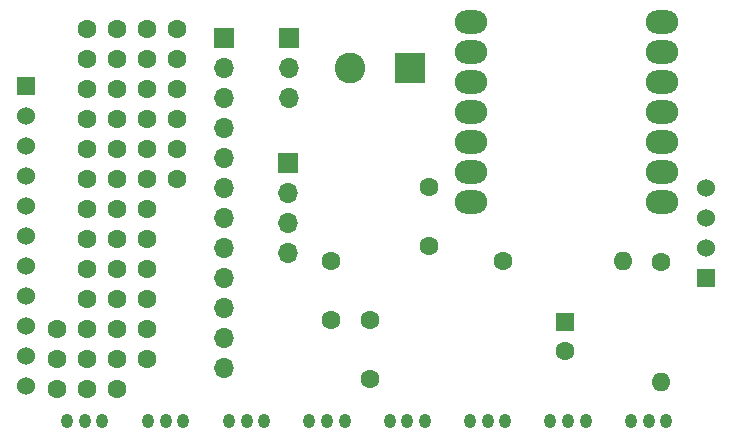
<source format=gbr>
%TF.GenerationSoftware,KiCad,Pcbnew,5.1.10-88a1d61d58~90~ubuntu20.04.1*%
%TF.CreationDate,2021-09-12T16:28:58-04:00*%
%TF.ProjectId,VoltageCurrentPowerMeter,566f6c74-6167-4654-9375-7272656e7450,rev?*%
%TF.SameCoordinates,Original*%
%TF.FileFunction,Soldermask,Bot*%
%TF.FilePolarity,Negative*%
%FSLAX46Y46*%
G04 Gerber Fmt 4.6, Leading zero omitted, Abs format (unit mm)*
G04 Created by KiCad (PCBNEW 5.1.10-88a1d61d58~90~ubuntu20.04.1) date 2021-09-12 16:28:58*
%MOMM*%
%LPD*%
G01*
G04 APERTURE LIST*
%ADD10C,1.600000*%
%ADD11R,1.524000X1.524000*%
%ADD12C,1.524000*%
%ADD13O,1.700000X1.700000*%
%ADD14R,1.700000X1.700000*%
%ADD15O,1.000000X1.250000*%
%ADD16O,2.748280X1.998980*%
%ADD17R,1.600000X1.600000*%
%ADD18R,2.600000X2.600000*%
%ADD19C,2.600000*%
%ADD20O,1.600000X1.600000*%
G04 APERTURE END LIST*
D10*
%TO.C,REF\u002A\u002A*%
X61391800Y-115976400D03*
%TD*%
%TO.C,REF\u002A\u002A*%
X58851800Y-115976400D03*
%TD*%
%TO.C,REF\u002A\u002A*%
X56311800Y-115976400D03*
%TD*%
%TO.C,REF\u002A\u002A*%
X63931800Y-113436400D03*
%TD*%
%TO.C,REF\u002A\u002A*%
X61391800Y-113436400D03*
%TD*%
%TO.C,REF\u002A\u002A*%
X58851800Y-113436400D03*
%TD*%
%TO.C,REF\u002A\u002A*%
X56311800Y-113436400D03*
%TD*%
%TO.C,REF\u002A\u002A*%
X63931800Y-110896400D03*
%TD*%
%TO.C,REF\u002A\u002A*%
X61391800Y-110896400D03*
%TD*%
%TO.C,REF\u002A\u002A*%
X58851800Y-110896400D03*
%TD*%
%TO.C,REF\u002A\u002A*%
X56311800Y-110896400D03*
%TD*%
%TO.C,REF\u002A\u002A*%
X63931800Y-108356400D03*
%TD*%
%TO.C,REF\u002A\u002A*%
X61391800Y-108356400D03*
%TD*%
%TO.C,REF\u002A\u002A*%
X58851800Y-108356400D03*
%TD*%
%TO.C,REF\u002A\u002A*%
X63931800Y-105816400D03*
%TD*%
%TO.C,REF\u002A\u002A*%
X61391800Y-105816400D03*
%TD*%
%TO.C,REF\u002A\u002A*%
X58851800Y-105816400D03*
%TD*%
%TO.C,REF\u002A\u002A*%
X63931800Y-103276400D03*
%TD*%
%TO.C,REF\u002A\u002A*%
X61391800Y-103276400D03*
%TD*%
%TO.C,REF\u002A\u002A*%
X58851800Y-103276400D03*
%TD*%
%TO.C,REF\u002A\u002A*%
X63931800Y-100736400D03*
%TD*%
%TO.C,REF\u002A\u002A*%
X61391800Y-100736400D03*
%TD*%
%TO.C,REF\u002A\u002A*%
X58851800Y-100736400D03*
%TD*%
%TO.C,REF\u002A\u002A*%
X66471800Y-98196400D03*
%TD*%
%TO.C,REF\u002A\u002A*%
X63931800Y-98196400D03*
%TD*%
%TO.C,REF\u002A\u002A*%
X61391800Y-98196400D03*
%TD*%
%TO.C,REF\u002A\u002A*%
X58851800Y-98196400D03*
%TD*%
%TO.C,REF\u002A\u002A*%
X66471800Y-95656400D03*
%TD*%
%TO.C,REF\u002A\u002A*%
X63931800Y-95656400D03*
%TD*%
%TO.C,REF\u002A\u002A*%
X61391800Y-95656400D03*
%TD*%
%TO.C,REF\u002A\u002A*%
X58851800Y-95656400D03*
%TD*%
%TO.C,REF\u002A\u002A*%
X66471800Y-93116400D03*
%TD*%
%TO.C,REF\u002A\u002A*%
X63931800Y-93116400D03*
%TD*%
%TO.C,REF\u002A\u002A*%
X61391800Y-93116400D03*
%TD*%
%TO.C,REF\u002A\u002A*%
X58851800Y-93116400D03*
%TD*%
%TO.C,REF\u002A\u002A*%
X66471800Y-90576400D03*
%TD*%
%TO.C,REF\u002A\u002A*%
X63931800Y-90576400D03*
%TD*%
%TO.C,REF\u002A\u002A*%
X61391800Y-90576400D03*
%TD*%
%TO.C,REF\u002A\u002A*%
X58851800Y-90576400D03*
%TD*%
%TO.C,REF\u002A\u002A*%
X66471800Y-88036400D03*
%TD*%
%TO.C,REF\u002A\u002A*%
X63931800Y-88036400D03*
%TD*%
%TO.C,REF\u002A\u002A*%
X61391800Y-88036400D03*
%TD*%
%TO.C,REF\u002A\u002A*%
X58851800Y-88036400D03*
%TD*%
%TO.C,REF\u002A\u002A*%
X66471800Y-85496400D03*
%TD*%
%TO.C,REF\u002A\u002A*%
X63931800Y-85496400D03*
%TD*%
%TO.C,REF\u002A\u002A*%
X61391800Y-85496400D03*
%TD*%
%TO.C,REF\u002A\u002A*%
X58851800Y-85496400D03*
%TD*%
D11*
%TO.C,U2*%
X111257200Y-106607800D03*
D12*
X111257200Y-104067800D03*
X111257200Y-101527800D03*
X111257200Y-98987800D03*
D11*
X53757200Y-90297800D03*
D12*
X53757200Y-92837800D03*
X53757200Y-95377800D03*
X53757200Y-97917800D03*
X53757200Y-100457800D03*
X53757200Y-102997800D03*
X53757200Y-105537800D03*
X53757200Y-108077800D03*
X53757200Y-110617800D03*
X53757200Y-113157800D03*
X53757200Y-115697800D03*
%TD*%
D13*
%TO.C,J12*%
X70485000Y-114223800D03*
X70485000Y-111683800D03*
X70485000Y-109143800D03*
X70485000Y-106603800D03*
X70485000Y-104063800D03*
X70485000Y-101523800D03*
X70485000Y-98983800D03*
X70485000Y-96443800D03*
X70485000Y-93903800D03*
X70485000Y-91363800D03*
X70485000Y-88823800D03*
D14*
X70485000Y-86283800D03*
%TD*%
D13*
%TO.C,J10*%
X75946000Y-91338400D03*
X75946000Y-88798400D03*
D14*
X75946000Y-86258400D03*
%TD*%
D13*
%TO.C,J11*%
X75895200Y-104444800D03*
X75895200Y-101904800D03*
X75895200Y-99364800D03*
D14*
X75895200Y-96824800D03*
%TD*%
D15*
%TO.C,J8*%
X107926000Y-118692400D03*
X104926000Y-118692400D03*
X106426000Y-118692400D03*
%TD*%
%TO.C,J7*%
X101118800Y-118692400D03*
X98118800Y-118692400D03*
X99618800Y-118692400D03*
%TD*%
%TO.C,J6*%
X94311600Y-118692400D03*
X91311600Y-118692400D03*
X92811600Y-118692400D03*
%TD*%
%TO.C,J5*%
X87504400Y-118692400D03*
X84504400Y-118692400D03*
X86004400Y-118692400D03*
%TD*%
%TO.C,J4*%
X80697200Y-118692400D03*
X77697200Y-118692400D03*
X79197200Y-118692400D03*
%TD*%
%TO.C,J3*%
X73890000Y-118692400D03*
X70890000Y-118692400D03*
X72390000Y-118692400D03*
%TD*%
%TO.C,J2*%
X65532000Y-118692400D03*
X64032000Y-118692400D03*
X67032000Y-118692400D03*
%TD*%
%TO.C,J1*%
X60174000Y-118692400D03*
X57174000Y-118692400D03*
X58674000Y-118692400D03*
%TD*%
D16*
%TO.C,U1*%
X91409520Y-84904580D03*
X91409520Y-87444580D03*
X91409520Y-89984580D03*
X91409520Y-92524580D03*
X91409520Y-95064580D03*
X91409520Y-97604580D03*
X91409520Y-100144580D03*
X107574080Y-100144580D03*
X107574080Y-97604580D03*
X107574080Y-95064580D03*
X107574080Y-92524580D03*
X107574080Y-89984580D03*
X107574080Y-87444580D03*
X107574080Y-84904580D03*
%TD*%
D10*
%TO.C,C1*%
X79552800Y-110105200D03*
X79552800Y-105105200D03*
%TD*%
%TO.C,C2*%
X82854800Y-115163600D03*
X82854800Y-110163600D03*
%TD*%
%TO.C,C3*%
X87833200Y-103835200D03*
X87833200Y-98835200D03*
%TD*%
D17*
%TO.C,C4*%
X99314000Y-110286800D03*
D10*
X99314000Y-112786800D03*
%TD*%
D18*
%TO.C,J9*%
X86258400Y-88798400D03*
D19*
X81178400Y-88798400D03*
%TD*%
D20*
%TO.C,R1*%
X104292400Y-105156000D03*
D10*
X94132400Y-105156000D03*
%TD*%
%TO.C,R2*%
X107492800Y-105206800D03*
D20*
X107492800Y-115366800D03*
%TD*%
M02*

</source>
